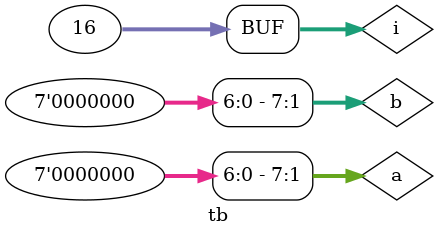
<source format=v>
module overflow(

    input [7:0] a, 
    input [7:0] b,
    output [7:0] s,
    output overflow // cout

);

    assign s = a + b;
    assign overflow = a[7] && b[7] && (~s[7]) || (~a[7]) && (~b[7]) && (s[7]);

endmodule

module tb;

    reg [7:0] a;
    reg [7:0] b;
    wire [7:0] s;
    wire overflow;

    overflow u0(.a(a), .b(b), .s(s), .overflow(overflow) );

    integer i;

    initial begin
        a = 0;
        b = 0;

      for (i = 0; i < 16; i = i +1) begin
        a = $random;
        b = $random;
      end
    end

    initial begin
        $display("a\tb\ts\toverflow");
        $monitor("%b\t%b\t%b\t%b", a, b, s, overflow);
    end
endmodule
</source>
